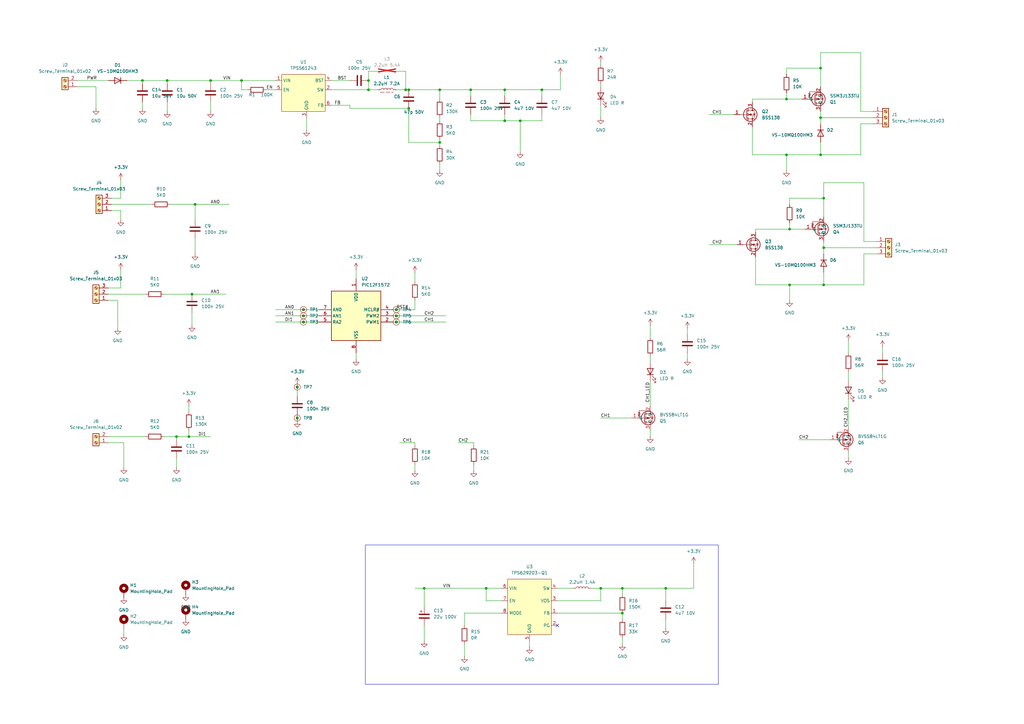
<source format=kicad_sch>
(kicad_sch (version 20231120) (generator "eeschema") (generator_version "8.0")
  (paper "A3")
  (junction (at 124.46 129.54))
  (junction (at 124.46 132.08))
  (junction (at 173.99 241.3))
  (junction (at 322.58 40.64))
  (junction (at 207.01 49.53))
  (junction (at 78.74 120.65))
  (junction (at 80.01 83.82))
  (junction (at 336.55 63.5))
  (junction (at 121.92 158.75))
  (junction (at 99.06 33.02))
  (junction (at 336.55 27.94))
  (junction (at 58.42 33.02))
  (junction (at 72.39 179.07))
  (junction (at 180.34 58.42))
  (junction (at 213.36 49.53))
  (junction (at 273.05 241.3))
  (junction (at 337.82 81.28))
  (junction (at 323.85 116.84))
  (junction (at 337.82 101.6))
  (junction (at 167.64 44.45))
  (junction (at 77.47 179.07))
  (junction (at 151.13 36.83))
  (junction (at 68.58 33.02))
  (junction (at 322.58 63.5))
  (junction (at 199.39 241.3))
  (junction (at 255.27 251.46))
  (junction (at 151.13 33.02))
  (junction (at 180.34 36.83))
  (junction (at 207.01 36.83))
  (junction (at 246.38 241.3))
  (junction (at 124.46 127))
  (junction (at 121.92 171.45))
  (junction (at 222.25 36.83))
  (junction (at 323.85 93.98))
  (junction (at 167.64 36.83))
  (junction (at 162.56 129.54))
  (junction (at 336.55 48.26))
  (junction (at 255.27 241.3))
  (junction (at 86.36 33.02))
  (junction (at 162.56 127))
  (junction (at 337.82 116.84))
  (junction (at 193.04 36.83))
  (junction (at 166.37 36.83))
  (junction (at 162.56 132.08))
  (no_connect (at 228.6 256.54))
  (wire (pts (xy 67.31 120.65) (xy 78.74 120.65)))
  (wire (pts (xy 337.82 74.93) (xy 354.33 74.93)))
  (wire (pts (xy 228.6 241.3) (xy 234.95 241.3)))
  (wire (pts (xy 161.29 127) (xy 162.56 127)))
  (wire (pts (xy 213.36 49.53) (xy 222.25 49.53)))
  (wire (pts (xy 281.94 144.78) (xy 281.94 147.32)))
  (wire (pts (xy 242.57 241.3) (xy 246.38 241.3)))
  (wire (pts (xy 359.41 99.06) (xy 354.33 99.06)))
  (wire (pts (xy 80.01 97.79) (xy 80.01 104.14)))
  (wire (pts (xy 222.25 46.99) (xy 222.25 49.53)))
  (wire (pts (xy 358.14 50.8) (xy 353.06 50.8)))
  (wire (pts (xy 151.13 29.21) (xy 154.94 29.21)))
  (wire (pts (xy 205.74 251.46) (xy 190.5 251.46)))
  (wire (pts (xy 180.34 58.42) (xy 180.34 59.69)))
  (wire (pts (xy 322.58 27.94) (xy 322.58 30.48)))
  (wire (pts (xy 266.7 146.05) (xy 266.7 148.59)))
  (wire (pts (xy 170.18 190.5) (xy 170.18 193.04)))
  (wire (pts (xy 77.47 166.37) (xy 77.47 168.91)))
  (wire (pts (xy 77.47 179.07) (xy 77.47 176.53)))
  (wire (pts (xy 170.18 123.19) (xy 170.18 127)))
  (wire (pts (xy 124.46 129.54) (xy 130.81 129.54)))
  (wire (pts (xy 336.55 48.26) (xy 336.55 50.8)))
  (wire (pts (xy 180.34 48.26) (xy 180.34 49.53)))
  (wire (pts (xy 49.53 110.49) (xy 49.53 118.11)))
  (wire (pts (xy 336.55 63.5) (xy 353.06 63.5)))
  (wire (pts (xy 190.5 251.46) (xy 190.5 256.54)))
  (wire (pts (xy 31.75 35.56) (xy 39.37 35.56)))
  (wire (pts (xy 193.04 49.53) (xy 207.01 49.53)))
  (wire (pts (xy 205.74 246.38) (xy 199.39 246.38)))
  (wire (pts (xy 199.39 241.3) (xy 205.74 241.3)))
  (wire (pts (xy 143.51 44.45) (xy 167.64 44.45)))
  (wire (pts (xy 246.38 43.18) (xy 246.38 48.26)))
  (wire (pts (xy 337.82 81.28) (xy 323.85 81.28)))
  (wire (pts (xy 246.38 25.4) (xy 246.38 26.67)))
  (wire (pts (xy 50.8 257.81) (xy 50.8 260.35)))
  (wire (pts (xy 125.73 48.26) (xy 125.73 53.34)))
  (wire (pts (xy 347.98 152.4) (xy 347.98 156.21)))
  (wire (pts (xy 68.58 33.02) (xy 68.58 34.29)))
  (wire (pts (xy 173.99 241.3) (xy 173.99 248.92)))
  (wire (pts (xy 86.36 33.02) (xy 99.06 33.02)))
  (wire (pts (xy 146.05 144.78) (xy 146.05 147.32)))
  (wire (pts (xy 170.18 241.3) (xy 173.99 241.3)))
  (wire (pts (xy 323.85 93.98) (xy 309.88 93.98)))
  (wire (pts (xy 228.6 246.38) (xy 246.38 246.38)))
  (wire (pts (xy 45.72 83.82) (xy 62.23 83.82)))
  (wire (pts (xy 336.55 45.72) (xy 336.55 48.26)))
  (wire (pts (xy 323.85 116.84) (xy 337.82 116.84)))
  (wire (pts (xy 266.7 156.21) (xy 266.7 166.37)))
  (wire (pts (xy 290.83 100.33) (xy 302.26 100.33)))
  (wire (pts (xy 44.45 181.61) (xy 50.8 181.61)))
  (wire (pts (xy 44.45 120.65) (xy 59.69 120.65)))
  (wire (pts (xy 336.55 27.94) (xy 336.55 35.56)))
  (wire (pts (xy 222.25 36.83) (xy 229.87 36.83)))
  (wire (pts (xy 39.37 35.56) (xy 39.37 44.45)))
  (wire (pts (xy 354.33 99.06) (xy 354.33 74.93)))
  (wire (pts (xy 337.82 99.06) (xy 337.82 101.6)))
  (wire (pts (xy 229.87 30.48) (xy 229.87 36.83)))
  (wire (pts (xy 213.36 49.53) (xy 213.36 62.23)))
  (wire (pts (xy 52.07 33.02) (xy 58.42 33.02)))
  (wire (pts (xy 124.46 132.08) (xy 130.81 132.08)))
  (wire (pts (xy 170.18 181.61) (xy 170.18 182.88)))
  (wire (pts (xy 45.72 86.36) (xy 49.53 86.36)))
  (wire (pts (xy 77.47 179.07) (xy 86.36 179.07)))
  (wire (pts (xy 161.29 132.08) (xy 162.56 132.08)))
  (wire (pts (xy 361.95 142.24) (xy 361.95 144.78)))
  (wire (pts (xy 44.45 118.11) (xy 49.53 118.11)))
  (wire (pts (xy 162.56 36.83) (xy 166.37 36.83)))
  (wire (pts (xy 207.01 39.37) (xy 207.01 36.83)))
  (wire (pts (xy 173.99 241.3) (xy 199.39 241.3)))
  (wire (pts (xy 166.37 29.21) (xy 166.37 36.83)))
  (wire (pts (xy 207.01 49.53) (xy 213.36 49.53)))
  (wire (pts (xy 228.6 251.46) (xy 255.27 251.46)))
  (wire (pts (xy 72.39 187.96) (xy 72.39 191.77)))
  (wire (pts (xy 273.05 254) (xy 273.05 257.81)))
  (wire (pts (xy 135.89 33.02) (xy 143.51 33.02)))
  (wire (pts (xy 322.58 40.64) (xy 328.93 40.64)))
  (wire (pts (xy 309.88 116.84) (xy 323.85 116.84)))
  (wire (pts (xy 336.55 48.26) (xy 358.14 48.26)))
  (wire (pts (xy 359.41 104.14) (xy 354.33 104.14)))
  (wire (pts (xy 309.88 105.41) (xy 309.88 116.84)))
  (wire (pts (xy 193.04 36.83) (xy 207.01 36.83)))
  (wire (pts (xy 255.27 251.46) (xy 255.27 254)))
  (wire (pts (xy 187.96 181.61) (xy 194.31 181.61)))
  (wire (pts (xy 193.04 46.99) (xy 193.04 49.53)))
  (wire (pts (xy 358.14 45.72) (xy 353.06 45.72)))
  (wire (pts (xy 323.85 93.98) (xy 330.2 93.98)))
  (wire (pts (xy 135.89 43.18) (xy 143.51 43.18)))
  (wire (pts (xy 161.29 129.54) (xy 162.56 129.54)))
  (wire (pts (xy 194.31 190.5) (xy 194.31 193.04)))
  (wire (pts (xy 266.7 133.35) (xy 266.7 138.43)))
  (wire (pts (xy 309.88 93.98) (xy 309.88 95.25)))
  (wire (pts (xy 162.56 132.08) (xy 182.88 132.08)))
  (wire (pts (xy 322.58 38.1) (xy 322.58 40.64)))
  (wire (pts (xy 167.64 58.42) (xy 180.34 58.42)))
  (wire (pts (xy 180.34 36.83) (xy 180.34 40.64)))
  (wire (pts (xy 151.13 33.02) (xy 151.13 36.83)))
  (wire (pts (xy 48.26 123.19) (xy 48.26 134.62)))
  (wire (pts (xy 246.38 246.38) (xy 246.38 241.3)))
  (wire (pts (xy 327.66 180.34) (xy 340.36 180.34)))
  (wire (pts (xy 246.38 171.45) (xy 259.08 171.45)))
  (wire (pts (xy 347.98 163.83) (xy 347.98 175.26)))
  (wire (pts (xy 354.33 104.14) (xy 354.33 116.84)))
  (wire (pts (xy 58.42 33.02) (xy 58.42 34.29)))
  (wire (pts (xy 86.36 41.91) (xy 86.36 45.72)))
  (wire (pts (xy 166.37 36.83) (xy 167.64 36.83)))
  (wire (pts (xy 290.83 46.99) (xy 300.99 46.99)))
  (wire (pts (xy 151.13 36.83) (xy 154.94 36.83)))
  (wire (pts (xy 347.98 139.7) (xy 347.98 144.78)))
  (wire (pts (xy 44.45 179.07) (xy 59.69 179.07)))
  (wire (pts (xy 337.82 74.93) (xy 337.82 81.28)))
  (wire (pts (xy 281.94 134.62) (xy 281.94 137.16)))
  (wire (pts (xy 113.03 36.83) (xy 109.22 36.83)))
  (wire (pts (xy 308.61 40.64) (xy 308.61 41.91)))
  (wire (pts (xy 222.25 36.83) (xy 222.25 39.37)))
  (wire (pts (xy 163.83 181.61) (xy 170.18 181.61)))
  (wire (pts (xy 194.31 181.61) (xy 194.31 182.88)))
  (wire (pts (xy 99.06 33.02) (xy 99.06 36.83)))
  (wire (pts (xy 167.64 44.45) (xy 167.64 58.42)))
  (wire (pts (xy 255.27 241.3) (xy 273.05 241.3)))
  (wire (pts (xy 101.6 36.83) (xy 99.06 36.83)))
  (wire (pts (xy 69.85 83.82) (xy 80.01 83.82)))
  (wire (pts (xy 337.82 101.6) (xy 337.82 104.14)))
  (wire (pts (xy 121.92 171.45) (xy 121.92 172.72)))
  (wire (pts (xy 167.64 36.83) (xy 180.34 36.83)))
  (wire (pts (xy 121.92 157.48) (xy 121.92 158.75)))
  (wire (pts (xy 121.92 158.75) (xy 121.92 162.56)))
  (wire (pts (xy 124.46 127) (xy 130.81 127)))
  (wire (pts (xy 180.34 67.31) (xy 180.34 69.85)))
  (wire (pts (xy 121.92 170.18) (xy 121.92 171.45)))
  (wire (pts (xy 337.82 111.76) (xy 337.82 116.84)))
  (wire (pts (xy 353.06 45.72) (xy 353.06 21.59)))
  (wire (pts (xy 207.01 36.83) (xy 222.25 36.83)))
  (wire (pts (xy 246.38 241.3) (xy 255.27 241.3)))
  (wire (pts (xy 80.01 83.82) (xy 93.98 83.82)))
  (wire (pts (xy 255.27 241.3) (xy 255.27 243.84)))
  (wire (pts (xy 337.82 116.84) (xy 354.33 116.84)))
  (wire (pts (xy 323.85 116.84) (xy 323.85 123.19)))
  (wire (pts (xy 44.45 123.19) (xy 48.26 123.19)))
  (wire (pts (xy 67.31 179.07) (xy 72.39 179.07)))
  (wire (pts (xy 49.53 86.36) (xy 49.53 90.17)))
  (wire (pts (xy 113.03 127) (xy 124.46 127)))
  (wire (pts (xy 180.34 57.15) (xy 180.34 58.42)))
  (wire (pts (xy 336.55 27.94) (xy 322.58 27.94)))
  (wire (pts (xy 322.58 40.64) (xy 308.61 40.64)))
  (wire (pts (xy 217.17 262.89) (xy 217.17 265.43)))
  (wire (pts (xy 162.56 29.21) (xy 166.37 29.21)))
  (wire (pts (xy 337.82 101.6) (xy 359.41 101.6)))
  (wire (pts (xy 273.05 241.3) (xy 273.05 246.38)))
  (wire (pts (xy 173.99 256.54) (xy 173.99 262.89)))
  (wire (pts (xy 207.01 46.99) (xy 207.01 49.53)))
  (wire (pts (xy 135.89 36.83) (xy 151.13 36.83)))
  (wire (pts (xy 50.8 181.61) (xy 50.8 191.77)))
  (wire (pts (xy 170.18 115.57) (xy 170.18 111.76)))
  (wire (pts (xy 255.27 261.62) (xy 255.27 264.16)))
  (wire (pts (xy 151.13 33.02) (xy 151.13 29.21)))
  (wire (pts (xy 308.61 63.5) (xy 322.58 63.5)))
  (wire (pts (xy 146.05 110.49) (xy 146.05 114.3)))
  (wire (pts (xy 31.75 33.02) (xy 44.45 33.02)))
  (wire (pts (xy 78.74 128.27) (xy 78.74 133.35)))
  (wire (pts (xy 337.82 81.28) (xy 337.82 88.9)))
  (wire (pts (xy 347.98 185.42) (xy 347.98 187.96)))
  (wire (pts (xy 322.58 63.5) (xy 322.58 69.85)))
  (wire (pts (xy 162.56 129.54) (xy 182.88 129.54)))
  (wire (pts (xy 68.58 41.91) (xy 68.58 45.72)))
  (wire (pts (xy 322.58 63.5) (xy 336.55 63.5)))
  (wire (pts (xy 86.36 33.02) (xy 86.36 34.29)))
  (wire (pts (xy 180.34 36.83) (xy 193.04 36.83)))
  (wire (pts (xy 308.61 52.07) (xy 308.61 63.5)))
  (wire (pts (xy 58.42 41.91) (xy 58.42 44.45)))
  (wire (pts (xy 80.01 83.82) (xy 80.01 90.17)))
  (wire (pts (xy 266.7 176.53) (xy 266.7 179.07)))
  (wire (pts (xy 72.39 179.07) (xy 72.39 180.34)))
  (wire (pts (xy 273.05 241.3) (xy 284.48 241.3)))
  (wire (pts (xy 190.5 264.16) (xy 190.5 269.24)))
  (wire (pts (xy 72.39 179.07) (xy 77.47 179.07)))
  (wire (pts (xy 361.95 152.4) (xy 361.95 154.94)))
  (wire (pts (xy 99.06 33.02) (xy 113.03 33.02)))
  (wire (pts (xy 68.58 33.02) (xy 86.36 33.02)))
  (wire (pts (xy 336.55 21.59) (xy 336.55 27.94)))
  (wire (pts (xy 336.55 21.59) (xy 353.06 21.59)))
  (wire (pts (xy 58.42 33.02) (xy 68.58 33.02)))
  (wire (pts (xy 353.06 50.8) (xy 353.06 63.5)))
  (wire (pts (xy 78.74 120.65) (xy 92.71 120.65)))
  (wire (pts (xy 246.38 34.29) (xy 246.38 35.56)))
  (wire (pts (xy 284.48 231.14) (xy 284.48 241.3)))
  (wire (pts (xy 45.72 81.28) (xy 49.53 81.28)))
  (wire (pts (xy 143.51 43.18) (xy 143.51 44.45)))
  (wire (pts (xy 49.53 73.66) (xy 49.53 81.28)))
  (wire (pts (xy 113.03 129.54) (xy 124.46 129.54)))
  (wire (pts (xy 199.39 241.3) (xy 199.39 246.38)))
  (wire (pts (xy 193.04 36.83) (xy 193.04 39.37)))
  (wire (pts (xy 113.03 132.08) (xy 124.46 132.08)))
  (wire (pts (xy 323.85 81.28) (xy 323.85 83.82)))
  (wire (pts (xy 162.56 127) (xy 170.18 127)))
  (wire (pts (xy 336.55 58.42) (xy 336.55 63.5)))
  (wire (pts (xy 323.85 91.44) (xy 323.85 93.98)))
  (rectangle (start 149.86 223.52) (end 294.64 280.67))
  (label "CH2_LED" (at 347.98 175.26 90))
  (label "AN0" (at 86.36 83.82 0))
  (label "PWR" (at 35.56 33.02 0))
  (label "CH2" (at 292.1 100.33 0))
  (label "AN1" (at 116.84 129.54 0))
  (label "CH1" (at 173.99 132.08 0))
  (label "FB" (at 137.16 43.18 0))
  (label "CH2" (at 187.96 181.61 0))
  (label "EN" (at 109.22 36.83 0))
  (label "CH2" (at 173.99 129.54 0))
  (label "CH1" (at 292.1 46.99 0))
  (label "BST" (at 138.43 33.02 0))
  (label "DI1" (at 81.28 179.07 0))
  (label "CH2" (at 327.66 180.34 0))
  (label "VIN" (at 181.61 241.3 0))
  (label "CH1_LED" (at 266.7 165.1 90))
  (label "AN0" (at 116.84 127 0))
  (label "DI1" (at 116.84 132.08 0))
  (label "VIN" (at 91.44 33.02 0))
  (label "CH1" (at 246.38 171.45 0))
  (label "CH1" (at 165.1 181.61 0))
  (label "AN1" (at 86.36 120.65 0))
  (label "RST#" (at 162.56 127 0))
  (symbol (lib_id "bt_diodes:VS-10MQ100HM3") (at 337.82 107.95 270) (unit 1)
    (property "Reference" "D6" (at 340.36 106.6799 90) (effects (justify left)))
    (property "Value" "VS-10MQ100HM3" (at 317.754 108.712 90) (effects (justify left)))
    (property "Footprint" "Diode_SMD:D_SMA" (effects (hide yes)))
    (property "Datasheet" "https://www.vishay.com/docs/94836/vs-10mq100hm3.pdf" (effects (hide yes)))
    (property "Description" "100V 1A standard switching diode, SMA" (effects (hide yes)))
    (property "Sim.Device" "D" (effects (hide yes)))
    (property "Sim.Pins" "1=K 2=A" (effects (hide yes)))
    (property "MPN" "VS-10MQ100HM3/5AT" (effects (hide yes)))
    (property "CPN" "BT00027-00001" (effects (hide yes)))
    (property "SMD" "y" (effects (hide yes)))
  )
  (symbol (lib_id "power:GND") (at 78.74 133.35 0) (unit 1)
    (property "Reference" "#PWR024" (effects (hide yes)))
    (property "Value" "GND" (at 78.74 138.43 0))
    (property "Description" "Power symbol creates a global label with name \"GND\" , ground" (effects (hide yes)))
  )
  (symbol (lib_id "bt_capacitor:C;E;22u;10p;100V;S;8x10.5") (at 173.99 252.73 0) (unit 1) (in_bom no) (on_board no)
    (property "Reference" "C13" (at 177.8 250.4411 0) (effects (justify left)))
    (property "Value" "22u 100V" (at 177.8 252.9811 0) (effects (justify left)))
    (property "Footprint" "Capacitor_SMD:CP_Elec_8x10.5" (effects (hide yes)))
    (property "Description" "Capacitor" (effects (hide yes)))
    (property "MPN" "WE 865060853003" (effects (hide yes)))
    (property "CPN" "BT00019-060220" (effects (hide yes)))
  )
  (symbol (lib_id "power:GND") (at 146.05 147.32 0) (unit 1)
    (property "Reference" "#PWR017" (effects (hide yes)))
    (property "Value" "GND" (at 146.05 152.4 0))
    (property "Description" "Power symbol creates a global label with name \"GND\" , ground" (effects (hide yes)))
  )
  (symbol (lib_id "bt_resistors:R;G;150K;10P0;S;0603") (at 255.27 247.65 0) (unit 1) (in_bom no) (on_board no)
    (property "Reference" "R16" (at 257.81 246.3799 0) (effects (justify left)))
    (property "Value" "150K" (at 257.81 248.9199 0) (effects (justify left)))
    (property "Footprint" "Resistor_SMD:R_0603_1608Metric" (effects (hide yes)))
    (property "Description" "Resistor" (effects (hide yes)))
    (property "MPN" "R;G;T1;S;P0603;NA" (effects (hide yes)))
    (property "CPN" "BT00002-31500" (effects (hide yes)))
  )
  (symbol (lib_id "bt_capacitor:C;M;4u7;10p;10V;S;0603") (at 273.05 250.19 0) (unit 1) (in_bom no) (on_board no)
    (property "Reference" "C12" (at 276.86 248.9199 0) (effects (justify left)))
    (property "Value" "4u7 10V" (at 276.86 251.4599 0) (effects (justify left)))
    (property "Footprint" "Capacitor_SMD:C_0603_1608Metric" (effects (hide yes)))
    (property "Description" "Capacitor" (effects (hide yes)))
    (property "MPN" "C;C;T1;S;P0603;NA" (effects (hide yes)))
    (property "CPN" "BT00010-060047" (effects (hide yes)))
  )
  (symbol (lib_id "power:GND") (at 170.18 193.04 0) (unit 1)
    (property "Reference" "#PWR039" (effects (hide yes)))
    (property "Value" "GND" (at 170.18 198.12 0))
    (property "Description" "Power symbol creates a global label with name \"GND\" , ground" (effects (hide yes)))
  )
  (symbol (lib_id "bt_capacitor:C;M;100n;10p;25V;S;0603") (at 281.94 140.97 180) (unit 1)
    (property "Reference" "C15" (at 285.75 139.6999 0) (effects (justify right)))
    (property "Value" "100n 25V" (at 285.75 142.2399 0) (effects (justify right)))
    (property "Footprint" "Capacitor_SMD:C_0603_1608Metric" (effects (hide yes)))
    (property "Description" "Capacitor" (effects (hide yes)))
    (property "MPN" "C;M;100n;10p;25V;S;0603" (effects (hide yes)))
    (property "CPN" "BT00008-091000" (effects (hide yes)))
  )
  (symbol (lib_id "power:GND") (at 273.05 257.81 0) (unit 1) (in_bom no) (on_board no)
    (property "Reference" "#PWR036" (effects (hide yes)))
    (property "Value" "GND" (at 273.05 262.89 0))
    (property "Description" "Power symbol creates a global label with name \"GND\" , ground" (effects (hide yes)))
  )
  (symbol (lib_id "bt_capacitor:C;M;100n;10p;25V;S;0603") (at 72.39 184.15 180) (unit 1)
    (property "Reference" "C11" (at 76.2 182.8799 0) (effects (justify right)))
    (property "Value" "100n 25V" (at 76.2 185.4199 0) (effects (justify right)))
    (property "Footprint" "Capacitor_SMD:C_0603_1608Metric" (effects (hide yes)))
    (property "Description" "Capacitor" (effects (hide yes)))
    (property "MPN" "C;M;100n;10p;25V;S;0603" (effects (hide yes)))
    (property "CPN" "BT00008-091000" (effects (hide yes)))
  )
  (symbol (lib_id "bt_power:TPS561243DRLR") (at 115.57 30.48 0) (unit 1)
    (property "Reference" "U1" (at 124.46 25.4 0))
    (property "Value" "TPS561243" (at 124.46 27.94 0))
    (property "Footprint" "Package_TO_SOT_SMD:SOT-563" (effects (hide yes)))
    (property "Datasheet" "https://www.ti.com/lit/ds/symlink/tps561243.pdf?ts=1749453209203" (effects (hide yes)))
    (property "Description" "4.2V to 17V Input, 1A, Synchronous Buck Converter" (effects (hide yes)))
    (property "CPN" "BT03010-00001" (effects (hide yes)))
    (property "MPN" "TPS561243DRLR" (effects (hide yes)))
    (property "SMD" "y" (effects (hide yes)))
  )
  (symbol (lib_id "bt_misc:TestPoint_THD") (at 124.46 129.54 0) (unit 1)
    (property "Reference" "TP2" (at 127 129.5399 0) (effects (justify left)))
    (property "Value" "TestPoint" (effects (hide yes)))
    (property "Footprint" "TestPoint:TestPoint_THTPad_D1.0mm_Drill0.5mm" (effects (hide yes)))
    (property "Description" "test point" (effects (hide yes)))
  )
  (symbol (lib_id "bt_resistors:R;G;10K;10P0;S;0603") (at 323.85 87.63 0) (unit 1)
    (property "Reference" "R9" (at 326.39 86.3599 0) (effects (justify left)))
    (property "Value" "10K" (at 326.39 88.8999 0) (effects (justify left)))
    (property "Footprint" "Resistor_SMD:R_0603_1608Metric" (effects (hide yes)))
    (property "Description" "Resistor" (effects (hide yes)))
    (property "MPN" "R;G;10K;10P0;S;0603" (effects (hide yes)))
    (property "CPN" "BT00002-30100" (effects (hide yes)))
  )
  (symbol (lib_id "bt_opto:D;LED;R;2V;25mA") (at 246.38 39.37 90) (unit 1)
    (property "Reference" "D4" (at 250.19 39.6874 90) (effects (justify right)))
    (property "Value" "LED R" (at 250.19 42.2274 90) (effects (justify right)))
    (property "Footprint" "LED_SMD:LED_0603_1608Metric" (effects (hide yes)))
    (property "Description" "Light emitting diode" (effects (hide yes)))
    (property "CPN" "BT13001-00001" (effects (hide yes)))
    (property "MPN" "D;LED;R;3V;25mA" (effects (hide yes)))
    (property "SMT" "y" (effects (hide yes)))
  )
  (symbol (lib_id "power:GND") (at 255.27 264.16 0) (unit 1) (in_bom no) (on_board no)
    (property "Reference" "#PWR035" (effects (hide yes)))
    (property "Value" "GND" (at 255.27 269.24 0))
    (property "Description" "Power symbol creates a global label with name \"GND\" , ground" (effects (hide yes)))
  )
  (symbol (lib_id "power:GND") (at 50.8 245.11 0) (unit 1)
    (property "Reference" "#PWR028" (effects (hide yes)))
    (property "Value" "GND" (at 50.8 250.19 0))
    (property "Description" "Power symbol creates a global label with name \"GND\" , ground" (effects (hide yes)))
  )
  (symbol (lib_id "bt_resistors:R;G;33K;10P0;S;0603") (at 255.27 257.81 0) (unit 1) (in_bom no) (on_board no)
    (property "Reference" "R17" (at 257.81 256.5399 0) (effects (justify left)))
    (property "Value" "33K" (at 257.81 259.0799 0) (effects (justify left)))
    (property "Footprint" "Resistor_SMD:R_0603_1608Metric" (effects (hide yes)))
    (property "Description" "Resistor" (effects (hide yes)))
    (property "MPN" "R;G;T1;S;P0603;NA" (effects (hide yes)))
    (property "CPN" "BT00002-30330" (effects (hide yes)))
  )
  (symbol (lib_id "Mechanical:MountingHole_Pad") (at 50.8 255.27 0) (unit 1) (exclude_from_sim yes) (in_bom no)
    (property "Reference" "H2" (at 53.34 252.7299 0) (effects (justify left)))
    (property "Value" "MountingHole_Pad" (at 53.34 255.2699 0) (effects (justify left)))
    (property "Footprint" "MountingHole:MountingHole_2.2mm_M2_DIN965_Pad_TopBottom" (effects (hide yes)))
    (property "Description" "Mounting Hole with connection" (effects (hide yes)))
  )
  (symbol (lib_id "power:GND") (at 50.8 191.77 0) (unit 1)
    (property "Reference" "#PWR020" (effects (hide yes)))
    (property "Value" "GND" (at 50.8 196.85 0))
    (property "Description" "Power symbol creates a global label with name \"GND\" , ground" (effects (hide yes)))
  )
  (symbol (lib_id "bt_diodes:VS-10MQ100HM3") (at 48.26 33.02 180) (unit 1)
    (property "Reference" "D1" (at 48.26 26.67 0))
    (property "Value" "VS-10MQ100HM3" (at 48.26 29.21 0))
    (property "Footprint" "Diode_SMD:D_SMA" (effects (hide yes)))
    (property "Datasheet" "https://www.vishay.com/docs/94836/vs-10mq100hm3.pdf" (effects (hide yes)))
    (property "Description" "100V 1A standard switching diode, SMA" (effects (hide yes)))
    (property "Sim.Device" "D" (effects (hide yes)))
    (property "Sim.Pins" "1=K 2=A" (effects (hide yes)))
    (property "MPN" "VS-10MQ100HM3/5AT" (effects (hide yes)))
    (property "CPN" "BT00027-00001" (effects (hide yes)))
    (property "SMD" "y" (effects (hide yes)))
  )
  (symbol (lib_id "bt_capacitor:C;M;100n;10p;25V;S;0603") (at 147.32 33.02 90) (unit 1)
    (property "Reference" "C5" (at 147.32 25.4 90))
    (property "Value" "100n 25V" (at 147.32 27.94 90))
    (property "Footprint" "Capacitor_SMD:C_0603_1608Metric" (effects (hide yes)))
    (property "Description" "Capacitor" (effects (hide yes)))
    (property "MPN" "C;M;100n;10p;25V;S;0603" (effects (hide yes)))
    (property "CPN" "BT00008-091000" (effects (hide yes)))
  )
  (symbol (lib_id "power:GND") (at 361.95 154.94 0) (unit 1)
    (property "Reference" "#PWR046" (effects (hide yes)))
    (property "Value" "GND" (at 361.95 160.02 0))
    (property "Description" "Power symbol creates a global label with name \"GND\" , ground" (effects (hide yes)))
  )
  (symbol (lib_id "bt_transistor:T;Mn;BSS138;SOT23") (at 307.34 100.33 0) (unit 1)
    (property "Reference" "Q3" (at 313.69 99.0599 0) (effects (justify left)))
    (property "Value" "BSS138" (at 313.69 101.5999 0) (effects (justify left)))
    (property "Footprint" "Package_TO_SOT_SMD:SOT-23" (effects (hide yes)))
    (property "Datasheet" "https://www.onsemi.com/pub/Collateral/BSS138-D.PDF" (effects (hide yes)))
    (property "Description" "50V Vds, 0.22A Id, N-Channel MOSFET, SOT-23" (effects (hide yes)))
    (property "CPN" "BT060001-0001" (effects (hide yes)))
    (property "MPN" "BSS138" (effects (hide yes)))
    (property "SMD" "y" (effects (hide yes)))
  )
  (symbol (lib_id "power:GND") (at 76.2 254 0) (unit 1)
    (property "Reference" "#PWR030" (effects (hide yes)))
    (property "Value" "GND" (at 76.2 259.08 0))
    (property "Description" "Power symbol creates a global label with name \"GND\" , ground" (effects (hide yes)))
  )
  (symbol (lib_id "power:GND") (at 49.53 90.17 0) (unit 1)
    (property "Reference" "#PWR026" (effects (hide yes)))
    (property "Value" "GND" (at 49.53 95.25 0))
    (property "Description" "Power symbol creates a global label with name \"GND\" , ground" (effects (hide yes)))
  )
  (symbol (lib_id "power:GND") (at 48.26 134.62 0) (unit 1)
    (property "Reference" "#PWR025" (effects (hide yes)))
    (property "Value" "GND" (at 48.26 139.7 0))
    (property "Description" "Power symbol creates a global label with name \"GND\" , ground" (effects (hide yes)))
  )
  (symbol (lib_id "power:GND") (at 217.17 265.43 0) (unit 1) (in_bom no) (on_board no)
    (property "Reference" "#PWR034" (effects (hide yes)))
    (property "Value" "GND" (at 217.17 270.51 0))
    (property "Description" "Power symbol creates a global label with name \"GND\" , ground" (effects (hide yes)))
  )
  (symbol (lib_id "power:GND") (at 50.8 260.35 0) (unit 1)
    (property "Reference" "#PWR029" (effects (hide yes)))
    (property "Value" "GND" (at 50.8 265.43 0))
    (property "Description" "Power symbol creates a global label with name \"GND\" , ground" (effects (hide yes)))
  )
  (symbol (lib_id "power:GND") (at 180.34 69.85 0) (unit 1)
    (property "Reference" "#PWR03" (effects (hide yes)))
    (property "Value" "GND" (at 180.34 74.93 0))
    (property "Description" "Power symbol creates a global label with name \"GND\" , ground" (effects (hide yes)))
  )
  (symbol (lib_id "bt_capacitor:C;M;100n;10p;25V;S;0603") (at 86.36 38.1 180) (unit 1)
    (property "Reference" "C2" (at 90.17 36.8299 0) (effects (justify right)))
    (property "Value" "100n 25V" (at 90.17 39.3699 0) (effects (justify right)))
    (property "Footprint" "Capacitor_SMD:C_0603_1608Metric" (effects (hide yes)))
    (property "Description" "Capacitor" (effects (hide yes)))
    (property "MPN" "C;M;100n;10p;25V;S;0603" (effects (hide yes)))
    (property "CPN" "BT00008-091000" (effects (hide yes)))
  )
  (symbol (lib_id "bt_capacitor:C;M;100n;10p;25V;S;0603") (at 80.01 93.98 180) (unit 1)
    (property "Reference" "C9" (at 83.82 92.7099 0) (effects (justify right)))
    (property "Value" "100n 25V" (at 83.82 95.2499 0) (effects (justify right)))
    (property "Footprint" "Capacitor_SMD:C_0603_1608Metric" (effects (hide yes)))
    (property "Description" "Capacitor" (effects (hide yes)))
    (property "MPN" "C;M;100n;10p;25V;S;0603" (effects (hide yes)))
    (property "CPN" "BT00008-091000" (effects (hide yes)))
  )
  (symbol (lib_id "power:+3.3V") (at 49.53 110.49 0) (unit 1)
    (property "Reference" "#PWR021" (effects (hide yes)))
    (property "Value" "+3.3V" (at 49.53 105.41 0))
    (property "Description" "Power symbol creates a global label with name \"+3.3V\"" (effects (hide yes)))
  )
  (symbol (lib_id "Connector:Screw_Terminal_01x03") (at 40.64 83.82 180) (unit 1)
    (property "Reference" "J4" (at 40.64 74.93 0))
    (property "Value" "Screw_Terminal_01x03" (at 40.64 77.47 0))
    (property "Footprint" "Connector_PinHeader_2.54mm:PinHeader_1x03_P2.54mm_Vertical" (effects (hide yes)))
    (property "Description" "Generic screw terminal, single row, 01x03, script generated (kicad-library-utils/schlib/autogen/connector/)" (effects (hide yes)))
  )
  (symbol (lib_id "Connector:Screw_Terminal_01x02") (at 39.37 181.61 180) (unit 1)
    (property "Reference" "J6" (at 39.37 172.72 0))
    (property "Value" "Screw_Terminal_01x02" (at 39.37 175.26 0))
    (property "Footprint" "Connector_PinHeader_2.54mm:PinHeader_1x02_P2.54mm_Vertical" (effects (hide yes)))
    (property "Description" "Generic screw terminal, single row, 01x02, script generated (kicad-library-utils/schlib/autogen/connector/)" (effects (hide yes)))
  )
  (symbol (lib_id "Mechanical:MountingHole_Pad") (at 76.2 241.3 0) (unit 1) (exclude_from_sim yes) (in_bom no)
    (property "Reference" "H3" (at 78.74 238.7599 0) (effects (justify left)))
    (property "Value" "MountingHole_Pad" (at 78.74 241.2999 0) (effects (justify left)))
    (property "Footprint" "MountingHole:MountingHole_2.2mm_M2_DIN965_Pad_TopBottom" (effects (hide yes)))
    (property "Description" "Mounting Hole with connection" (effects (hide yes)))
  )
  (symbol (lib_id "bt_resistors:R;G;24R;10P0;S;0603") (at 246.38 30.48 0) (unit 1)
    (property "Reference" "R7" (at 248.92 29.2099 0) (effects (justify left)))
    (property "Value" "24R" (at 248.92 31.7499 0) (effects (justify left)))
    (property "Footprint" "Resistor_SMD:R_0603_1608Metric" (effects (hide yes)))
    (property "Description" "Resistor" (effects (hide yes)))
    (property "MPN" "R;G;T1;S;P0603;NA" (effects (hide yes)))
    (property "CPN" "BT00002-00240" (effects (hide yes)))
  )
  (symbol (lib_id "bt_resistors:R;G;10K;10P0;S;0603") (at 170.18 186.69 0) (unit 1)
    (property "Reference" "R18" (at 172.72 185.4199 0) (effects (justify left)))
    (property "Value" "10K" (at 172.72 187.9599 0) (effects (justify left)))
    (property "Footprint" "Resistor_SMD:R_0603_1608Metric" (effects (hide yes)))
    (property "Description" "Resistor" (effects (hide yes)))
    (property "MPN" "R;G;10K;10P0;S;0603" (effects (hide yes)))
    (property "CPN" "BT00002-30100" (effects (hide yes)))
  )
  (symbol (lib_id "power:+3.3V") (at 146.05 110.49 0) (unit 1)
    (property "Reference" "#PWR014" (effects (hide yes)))
    (property "Value" "+3.3V" (at 146.05 105.41 0))
    (property "Description" "Power symbol creates a global label with name \"+3.3V\"" (effects (hide yes)))
  )
  (symbol (lib_id "power:+3.3V") (at 121.92 157.48 0) (unit 1)
    (property "Reference" "#PWR015" (effects (hide yes)))
    (property "Value" "+3.3V" (at 121.92 152.4 0))
    (property "Description" "Power symbol creates a global label with name \"+3.3V\"" (effects (hide yes)))
  )
  (symbol (lib_id "bt_mcu:PIC12F1572") (at 135.89 119.38 0) (unit 1)
    (property "Reference" "U2" (at 148.2441 114.3 0) (effects (justify left)))
    (property "Value" "PIC12F1572" (at 148.2441 116.84 0) (effects (justify left)))
    (property "Footprint" "Package_SO:SOIC-8_3.9x4.9mm_P1.27mm" (effects (hide yes)))
    (property "Datasheet" "https://ww1.microchip.com/downloads/en/DeviceDoc/40001723D.pdf" (effects (hide yes)))
    (property "Description" "8 Bit Pic12 MCU" (effects (hide yes)))
    (property "CPN" "BT01007-00001" (effects (hide yes)))
    (property "MPN" "  PIC12F1572-I/SN" (effects (hide yes)))
    (property "SMD" "y" (effects (hide yes)))
    (pin "2" (alternate "PWM1"))
    (pin "7" (alternate "AN0"))
    (pin "6" (alternate "AN1"))
    (pin "3" (alternate "PWM2"))
    (pin "4" (alternate "MCLR#"))
  )
  (symbol (lib_id "bt_resistors:R;G;5K0;10P0;S;0603") (at 180.34 53.34 0) (unit 1)
    (property "Reference" "R3" (at 182.88 52.0699 0) (effects (justify left)))
    (property "Value" "5K0" (at 182.88 54.6099 0) (effects (justify left)))
    (property "Footprint" "Resistor_SMD:R_0603_1608Metric" (effects (hide yes)))
    (property "Description" "Resistor" (effects (hide yes)))
    (property "MPN" "R;G;T1;S;P0603;NA" (effects (hide yes)))
    (property "CPN" "BT00002-30050" (effects (hide yes)))
  )
  (symbol (lib_id "bt_resistors:R;G;130K;10P0;S;0603") (at 77.47 172.72 0) (unit 1)
    (property "Reference" "R13" (at 80.01 171.4499 0) (effects (justify left)))
    (property "Value" "130K" (at 80.01 173.9899 0) (effects (justify left)))
    (property "Footprint" "Resistor_SMD:R_0603_1608Metric" (effects (hide yes)))
    (property "Description" "Resistor" (effects (hide yes)))
    (property "MPN" "R;G;T1;S;P0603;NA" (effects (hide yes)))
    (property "CPN" "BT00002-31300" (effects (hide yes)))
  )
  (symbol (lib_id "bt_transistor:T;Mp;BVSS84LT1G;SOT23-3") (at 347.98 180.34 0) (mirror x) (unit 1)
    (property "Reference" "Q6" (at 351.79 181.5466 0) (effects (justify left)))
    (property "Value" "BVSS84LT1G" (at 351.79 179.0066 0) (effects (justify left)))
    (property "Footprint" "Package_TO_SOT_SMD:SOT-23" (effects (hide yes)))
    (property "Datasheet" "https://www.onsemi.com/pdf/datasheet/bss84lt1-d.pdf" (effects (hide yes)))
    (property "Description" "T;Mp;BVSS84LT1G;SOT23-3" (effects (hide yes)))
    (property "CPN" "BT060005-00001" (effects (hide yes)))
    (property "MPN" "BVSS84LT1G" (effects (hide yes)))
    (property "SMD" "y" (effects (hide yes)))
  )
  (symbol (lib_id "bt_opto:D;LED;R;2V;25mA") (at 347.98 160.02 90) (unit 1)
    (property "Reference" "D5" (at 351.79 160.3374 90) (effects (justify right)))
    (property "Value" "LED R" (at 351.79 162.8774 90) (effects (justify right)))
    (property "Footprint" "LED_SMD:LED_0603_1608Metric" (effects (hide yes)))
    (property "Description" "Light emitting diode" (effects (hide yes)))
    (property "CPN" "BT13001-00001" (effects (hide yes)))
    (property "MPN" "D;LED;R;3V;25mA" (effects (hide yes)))
    (property "SMT" "y" (effects (hide yes)))
  )
  (symbol (lib_id "bt_resistors:R;G;10K;10P0;S;0603") (at 322.58 34.29 0) (unit 1)
    (property "Reference" "R5" (at 325.12 33.0199 0) (effects (justify left)))
    (property "Value" "10K" (at 325.12 35.5599 0) (effects (justify left)))
    (property "Footprint" "Resistor_SMD:R_0603_1608Metric" (effects (hide yes)))
    (property "Description" "Resistor" (effects (hide yes)))
    (property "MPN" "R;G;10K;10P0;S;0603" (effects (hide yes)))
    (property "CPN" "BT00002-30100" (effects (hide yes)))
  )
  (symbol (lib_id "power:GND") (at 213.36 62.23 0) (unit 1)
    (property "Reference" "#PWR02" (effects (hide yes)))
    (property "Value" "GND" (at 213.36 67.31 0))
    (property "Description" "Power symbol creates a global label with name \"GND\" , ground" (effects (hide yes)))
  )
  (symbol (lib_id "power:+3.3V") (at 347.98 139.7 0) (unit 1)
    (property "Reference" "#PWR012" (effects (hide yes)))
    (property "Value" "+3.3V" (at 347.98 134.62 0))
    (property "Description" "Power symbol creates a global label with name \"+3.3V\"" (effects (hide yes)))
  )
  (symbol (lib_id "Connector:Screw_Terminal_01x02") (at 26.67 35.56 180) (unit 1)
    (property "Reference" "J2" (at 26.67 26.67 0))
    (property "Value" "Screw_Terminal_01x02" (at 26.67 29.21 0))
    (property "Footprint" "Connector_PinHeader_2.54mm:PinHeader_1x02_P2.54mm_Vertical" (effects (hide yes)))
    (property "Description" "Generic screw terminal, single row, 01x02, script generated (kicad-library-utils/schlib/autogen/connector/)" (effects (hide yes)))
  )
  (symbol (lib_id "bt_diodes:VS-10MQ100HM3") (at 336.55 54.61 270) (unit 1)
    (property "Reference" "D2" (at 339.09 53.3399 90) (effects (justify left)))
    (property "Value" "VS-10MQ100HM3" (at 316.484 55.372 90) (effects (justify left)))
    (property "Footprint" "Diode_SMD:D_SMA" (effects (hide yes)))
    (property "Datasheet" "https://www.vishay.com/docs/94836/vs-10mq100hm3.pdf" (effects (hide yes)))
    (property "Description" "100V 1A standard switching diode, SMA" (effects (hide yes)))
    (property "Sim.Device" "D" (effects (hide yes)))
    (property "Sim.Pins" "1=K 2=A" (effects (hide yes)))
    (property "MPN" "VS-10MQ100HM3/5AT" (effects (hide yes)))
    (property "CPN" "BT00027-00001" (effects (hide yes)))
    (property "SMD" "y" (effects (hide yes)))
  )
  (symbol (lib_id "bt_transistor:T;Mp;BVSS84LT1G;SOT23-3") (at 266.7 171.45 0) (mirror x) (unit 1)
    (property "Reference" "Q5" (at 270.51 172.6566 0) (effects (justify left)))
    (property "Value" "BVSS84LT1G" (at 270.51 170.1166 0) (effects (justify left)))
    (property "Footprint" "Package_TO_SOT_SMD:SOT-23" (effects (hide yes)))
    (property "Datasheet" "https://www.onsemi.com/pdf/datasheet/bss84lt1-d.pdf" (effects (hide yes)))
    (property "Description" "T;Mp;BVSS84LT1G;SOT23-3" (effects (hide yes)))
    (property "CPN" "BT060005-00001" (effects (hide yes)))
    (property "MPN" "BVSS84LT1G" (effects (hide yes)))
    (property "SMD" "y" (effects (hide yes)))
  )
  (symbol (lib_id "bt_transistor:T;Mp;SSM3J133TU;SOT323F") (at 337.82 93.98 0) (mirror x) (unit 1)
    (property "Reference" "Q4" (at 341.63 95.1866 0) (effects (justify left)))
    (property "Value" "SSM3J133TU" (at 341.63 92.6466 0) (effects (justify left)))
    (property "Footprint" "Package_TO_SOT_SMD:SOT-323_SC-70" (effects (hide yes)))
    (property "Datasheet" "https://toshiba.semicon-storage.com/info/SSM3J332R_datasheet_en_20250523.pdf?did=2620&prodName=SSM3J332R" (effects (hide yes)))
    (property "Description" "T;Mp;SSM3J133TU;SOT323F" (effects (hide yes)))
    (property "CPN" "BT060004-00001" (effects (hide yes)))
    (property "MPN" "SSM3J133TU,LF" (effects (hide yes)))
    (property "SMD" "y" (effects (hide yes)))
  )
  (symbol (lib_id "power:GND") (at 190.5 269.24 0) (unit 1) (in_bom no) (on_board no)
    (property "Reference" "#PWR033" (effects (hide yes)))
    (property "Value" "GND" (at 190.5 274.32 0))
    (property "Description" "Power symbol creates a global label with name \"GND\" , ground" (effects (hide yes)))
  )
  (symbol (lib_id "power:GND") (at 323.85 123.19 0) (unit 1)
    (property "Reference" "#PWR013" (effects (hide yes)))
    (property "Value" "GND" (at 323.85 128.27 0))
    (property "Description" "Power symbol creates a global label with name \"GND\" , ground" (effects (hide yes)))
  )
  (symbol (lib_id "power:+3.3V") (at 284.48 231.14 0) (unit 1) (in_bom no) (on_board no)
    (property "Reference" "#PWR037" (effects (hide yes)))
    (property "Value" "+3.3V" (at 284.48 226.06 0))
    (property "Description" "Power symbol creates a global label with name \"+3.3V\"" (effects (hide yes)))
  )
  (symbol (lib_id "bt_misc:TestPoint_THD") (at 162.56 132.08 0) (unit 1)
    (property "Reference" "TP6" (at 165.1 132.0799 0) (effects (justify left)))
    (property "Value" "TestPoint" (effects (hide yes)))
    (property "Footprint" "TestPoint:TestPoint_THTPad_D1.0mm_Drill0.5mm" (effects (hide yes)))
    (property "Description" "test point" (effects (hide yes)))
  )
  (symbol (lib_id "bt_resistors:R;G;5K0;10P0;S;0603") (at 63.5 120.65 90) (unit 1)
    (property "Reference" "R11" (at 63.5 114.3 90))
    (property "Value" "5K0" (at 63.5 116.84 90))
    (property "Footprint" "Resistor_SMD:R_0603_1608Metric" (effects (hide yes)))
    (property "Description" "Resistor" (effects (hide yes)))
    (property "MPN" "R;G;T1;S;P0603;NA" (effects (hide yes)))
    (property "CPN" "BT00002-30050" (effects (hide yes)))
  )
  (symbol (lib_id "bt_capacitor:C;M;100n;10p;25V;S;0603") (at 361.95 148.59 180) (unit 1)
    (property "Reference" "C16" (at 365.76 147.3199 0) (effects (justify right)))
    (property "Value" "100n 25V" (at 365.76 149.8599 0) (effects (justify right)))
    (property "Footprint" "Capacitor_SMD:C_0603_1608Metric" (effects (hide yes)))
    (property "Description" "Capacitor" (effects (hide yes)))
    (property "MPN" "C;M;100n;10p;25V;S;0603" (effects (hide yes)))
    (property "CPN" "BT00008-091000" (effects (hide yes)))
  )
  (symbol (lib_id "bt_resistors:R;G;5K0;10P0;S;0603") (at 170.18 119.38 0) (unit 1)
    (property "Reference" "R14" (at 172.72 118.1099 0) (effects (justify left)))
    (property "Value" "5K0" (at 172.72 120.6499 0) (effects (justify left)))
    (property "Footprint" "Resistor_SMD:R_0603_1608Metric" (effects (hide yes)))
    (property "Description" "Resistor" (effects (hide yes)))
    (property "MPN" "R;G;T1;S;P0603;NA" (effects (hide yes)))
    (property "CPN" "BT00002-30050" (effects (hide yes)))
  )
  (symbol (lib_id "power:GND") (at 125.73 53.34 0) (unit 1)
    (property "Reference" "#PWR04" (effects (hide yes)))
    (property "Value" "GND" (at 125.73 58.42 0))
    (property "Description" "Power symbol creates a global label with name \"GND\" , ground" (effects (hide yes)))
  )
  (symbol (lib_id "bt_Inductors:L;2.2uH;5.4A;S;1210") (at 158.75 29.21 90) (unit 1) (dnp yes)
    (property "Reference" "L3" (at 158.75 24.13 90))
    (property "Value" "2.2uH 5.4A" (at 158.75 26.67 90))
    (property "Footprint" "Inductor_SMD:L_1210_3225Metric" (effects (hide yes)))
    (property "Datasheet" "https://www.vishay.com/docs/34652/ihlp1210bzez-5a.pdf" (effects (hide yes)))
    (property "Description" "Inductor 2.2uH 5.4A" (effects (hide yes)))
    (property "CPN" "BT00207-02254" (effects (hide yes)))
    (property "MPN" "IHLP1210BZEZ2R2M5A" (effects (hide yes)))
  )
  (symbol (lib_id "Connector:Screw_Terminal_01x03") (at 39.37 120.65 180) (unit 1)
    (property "Reference" "J5" (at 39.37 111.76 0))
    (property "Value" "Screw_Terminal_01x03" (at 39.37 114.3 0))
    (property "Footprint" "Connector_PinHeader_2.54mm:PinHeader_1x03_P2.54mm_Vertical" (effects (hide yes)))
    (property "Description" "Generic screw terminal, single row, 01x03, script generated (kicad-library-utils/schlib/autogen/connector/)" (effects (hide yes)))
  )
  (symbol (lib_id "power:+3.3V") (at 229.87 30.48 0) (unit 1)
    (property "Reference" "#PWR01" (effects (hide yes)))
    (property "Value" "+3.3V" (at 229.87 25.4 0))
    (property "Description" "Power symbol creates a global label with name \"+3.3V\"" (effects (hide yes)))
  )
  (symbol (lib_id "power:+3.3V") (at 77.47 166.37 0) (unit 1)
    (property "Reference" "#PWR018" (effects (hide yes)))
    (property "Value" "+3.3V" (at 77.47 161.29 0))
    (property "Description" "Power symbol creates a global label with name \"+3.3V\"" (effects (hide yes)))
  )
  (symbol (lib_id "power:GND") (at 347.98 187.96 0) (unit 1)
    (property "Reference" "#PWR043" (effects (hide yes)))
    (property "Value" "GND" (at 347.98 193.04 0))
    (property "Description" "Power symbol creates a global label with name \"GND\" , ground" (effects (hide yes)))
  )
  (symbol (lib_id "power:+3.3V") (at 246.38 25.4 0) (unit 1)
    (property "Reference" "#PWR010" (effects (hide yes)))
    (property "Value" "+3.3V" (at 246.38 20.32 0))
    (property "Description" "Power symbol creates a global label with name \"+3.3V\"" (effects (hide yes)))
  )
  (symbol (lib_id "Mechanical:MountingHole_Pad") (at 50.8 242.57 0) (unit 1) (exclude_from_sim yes) (in_bom no)
    (property "Reference" "H1" (at 53.34 240.0299 0) (effects (justify left)))
    (property "Value" "MountingHole_Pad" (at 53.34 242.5699 0) (effects (justify left)))
    (property "Footprint" "MountingHole:MountingHole_2.2mm_M2_DIN965_Pad_TopBottom" (effects (hide yes)))
    (property "Description" "Mounting Hole with connection" (effects (hide yes)))
  )
  (symbol (lib_id "power:GND") (at 58.42 44.45 0) (unit 1)
    (property "Reference" "#PWR038" (effects (hide yes)))
    (property "Value" "GND" (at 58.42 49.53 0))
    (property "Description" "Power symbol creates a global label with name \"GND\" , ground" (effects (hide yes)))
  )
  (symbol (lib_id "bt_capacitor:C;M;100n;10p;25V;S;0603") (at 78.74 124.46 180) (unit 1)
    (property "Reference" "C10" (at 82.55 123.1899 0) (effects (justify right)))
    (property "Value" "100n 25V" (at 82.55 125.7299 0) (effects (justify right)))
    (property "Footprint" "Capacitor_SMD:C_0603_1608Metric" (effects (hide yes)))
    (property "Description" "Capacitor" (effects (hide yes)))
    (property "MPN" "C;M;100n;10p;25V;S;0603" (effects (hide yes)))
    (property "CPN" "BT00008-091000" (effects (hide yes)))
  )
  (symbol (lib_id "bt_capacitor:C;M;4u7;10p;10V;S;0603") (at 222.25 43.18 0) (unit 1)
    (property "Reference" "C7" (at 226.06 41.9099 0) (effects (justify left)))
    (property "Value" "4u7 10V" (at 226.06 44.4499 0) (effects (justify left)))
    (property "Footprint" "Capacitor_SMD:C_0603_1608Metric" (effects (hide yes)))
    (property "Description" "Capacitor" (effects (hide yes)))
    (property "MPN" "C;C;T1;S;P0603;NA" (effects (hide yes)))
    (property "CPN" "BT00010-060047" (effects (hide yes)))
  )
  (symbol (lib_id "power:GND") (at 86.36 45.72 0) (unit 1)
    (property "Reference" "#PWR05" (effects (hide yes)))
    (property "Value" "GND" (at 86.36 50.8 0))
    (property "Description" "Power symbol creates a global label with name \"GND\" , ground" (effects (hide yes)))
  )
  (symbol (lib_id "power:GND") (at 322.58 69.85 0) (unit 1)
    (property "Reference" "#PWR07" (effects (hide yes)))
    (property "Value" "GND" (at 322.58 74.93 0))
    (property "Description" "Power symbol creates a global label with name \"GND\" , ground" (effects (hide yes)))
  )
  (symbol (lib_id "power:+3.3V") (at 281.94 134.62 0) (unit 1)
    (property "Reference" "#PWR040" (effects (hide yes)))
    (property "Value" "+3.3V" (at 281.94 129.54 0))
    (property "Description" "Power symbol creates a global label with name \"+3.3V\"" (effects (hide yes)))
  )
  (symbol (lib_id "bt_capacitor:C;M;10u;10p;50V;S;0805") (at 68.58 38.1 0) (unit 1)
    (property "Reference" "C1" (at 72.39 36.8299 0) (effects (justify left)))
    (property "Value" "10u 50V" (at 72.39 39.3699 0) (effects (justify left)))
    (property "Footprint" "Capacitor_SMD:C_0805_2012Metric" (effects (hide yes)))
    (property "Datasheet" "https://search.murata.co.jp/Ceramy/image/img/A01X/G101/ENG/GRM21BR61H106KE43-01A.pdf" (effects (hide yes)))
    (property "Description" "Capacitor" (effects (hide yes)))
    (property "MPN" "GRM21BR61H106KE43L" (effects (hide yes)))
    (property "CPN" "BT00003-060100" (effects (hide yes)))
  )
  (symbol (lib_id "power:GND") (at 72.39 191.77 0) (unit 1)
    (property "Reference" "#PWR019" (effects (hide yes)))
    (property "Value" "GND" (at 72.39 196.85 0))
    (property "Description" "Power symbol creates a global label with name \"GND\" , ground" (effects (hide yes)))
  )
  (symbol (lib_id "bt_resistors:R;G;100K;10P0;S;0603") (at 105.41 36.83 90) (unit 1)
    (property "Reference" "R1" (at 103.378 38.862 90))
    (property "Value" "100K" (at 109.474 38.862 90))
    (property "Footprint" "Resistor_SMD:R_0603_1608Metric" (effects (hide yes)))
    (property "Description" "Resistor" (effects (hide yes)))
    (property "MPN" "R;G;T1;S;P0603;NA" (effects (hide yes)))
    (property "CPN" "BT00002-31000" (effects (hide yes)))
  )
  (symbol (lib_id "power:+3.3V") (at 266.7 133.35 0) (unit 1)
    (property "Reference" "#PWR09" (effects (hide yes)))
    (property "Value" "+3.3V" (at 266.7 128.27 0))
    (property "Description" "Power symbol creates a global label with name \"+3.3V\"" (effects (hide yes)))
  )
  (symbol (lib_id "power:GND") (at 39.37 44.45 0) (unit 1)
    (property "Reference" "#PWR08" (effects (hide yes)))
    (property "Value" "GND" (at 39.37 49.53 0))
    (property "Description" "Power symbol creates a global label with name \"GND\" , ground" (effects (hide yes)))
  )
  (symbol (lib_id "bt_resistors:R;G;56R;10P0;S;0603") (at 266.7 142.24 0) (unit 1)
    (property "Reference" "R6" (at 269.24 140.9699 0) (effects (justify left)))
    (property "Value" "56R" (at 269.24 143.5099 0) (effects (justify left)))
    (property "Footprint" "Resistor_SMD:R_0603_1608Metric" (effects (hide yes)))
    (property "Description" "Resistor" (effects (hide yes)))
    (property "MPN" "R;G;T1;S;P0603;NA" (effects (hide yes)))
    (property "CPN" "BT00002-00560" (effects (hide yes)))
  )
  (symbol (lib_id "bt_capacitor:C;M;10u;10p;50V;S;0805") (at 58.42 38.1 0) (unit 1)
    (property "Reference" "C14" (at 62.23 36.8299 0) (effects (justify left)))
    (property "Value" "10u 50V" (at 62.23 39.3699 0) (effects (justify left)))
    (property "Footprint" "Capacitor_SMD:C_0805_2012Metric" (effects (hide yes)))
    (property "Datasheet" "https://search.murata.co.jp/Ceramy/image/img/A01X/G101/ENG/GRM21BR61H106KE43-01A.pdf" (effects (hide yes)))
    (property "Description" "Capacitor" (effects (hide yes)))
    (property "MPN" "GRM21BR61H106KE43L" (effects (hide yes)))
    (property "CPN" "BT00003-060100" (effects (hide yes)))
  )
  (symbol (lib_id "bt_resistors:R;G;5K0;10P0;S;0603") (at 63.5 179.07 90) (unit 1)
    (property "Reference" "R12" (at 63.5 172.72 90))
    (property "Value" "5K0" (at 63.5 175.26 90))
    (property "Footprint" "Resistor_SMD:R_0603_1608Metric" (effects (hide yes)))
    (property "Description" "Resistor" (effects (hide yes)))
    (property "MPN" "R;G;T1;S;P0603;NA" (effects (hide yes)))
    (property "CPN" "BT00002-30050" (effects (hide yes)))
  )
  (symbol (lib_id "power:GND") (at 281.94 147.32 0) (unit 1)
    (property "Reference" "#PWR041" (effects (hide yes)))
    (property "Value" "GND" (at 281.94 152.4 0))
    (property "Description" "Power symbol creates a global label with name \"GND\" , ground" (effects (hide yes)))
  )
  (symbol (lib_id "bt_resistors:R;G;130K;10P0;S;0603") (at 180.34 44.45 0) (unit 1)
    (property "Reference" "R2" (at 182.88 43.1799 0) (effects (justify left)))
    (property "Value" "130K" (at 182.88 45.7199 0) (effects (justify left)))
    (property "Footprint" "Resistor_SMD:R_0603_1608Metric" (effects (hide yes)))
    (property "Description" "Resistor" (effects (hide yes)))
    (property "MPN" "R;G;T1;S;P0603;NA" (effects (hide yes)))
    (property "CPN" "BT00002-31300" (effects (hide yes)))
  )
  (symbol (lib_id "bt_resistors:R;G;10K;10P0;S;0603") (at 194.31 186.69 0) (unit 1)
    (property "Reference" "R21" (at 196.85 185.4199 0) (effects (justify left)))
    (property "Value" "10K" (at 196.85 187.9599 0) (effects (justify left)))
    (property "Footprint" "Resistor_SMD:R_0603_1608Metric" (effects (hide yes)))
    (property "Description" "Resistor" (effects (hide yes)))
    (property "MPN" "R;G;10K;10P0;S;0603" (effects (hide yes)))
    (property "CPN" "BT00002-30100" (effects (hide yes)))
  )
  (symbol (lib_id "bt_Inductors:L;2.2uH;1.4A;S;0806") (at 238.76 241.3 90) (unit 1) (in_bom no) (on_board no)
    (property "Reference" "L2" (at 238.76 236.22 90))
    (property "Value" "2.2uH 1.4A" (at 238.76 238.76 90))
    (property "Footprint" "bt_footprints:L_0806_2016Metric" (effects (hide yes)))
    (property "Datasheet" "https://search.murata.co.jp/Ceramy/image/img/P02/J(E)TE243A-0006.pdf" (effects (hide yes)))
    (property "Description" "Inductor 2.2uH 1.4A" (effects (hide yes)))
    (property "CPN" "BT00206-00001" (effects (hide yes)))
    (property "MPN" "DFE201612E-2R2M=P2" (effects (hide yes)))
  )
  (symbol (lib_id "bt_capacitor:C;M;4u7;10p;10V;S;0603") (at 207.01 43.18 0) (unit 1)
    (property "Reference" "C4" (at 210.82 41.9099 0) (effects (justify left)))
    (property "Value" "4u7 10V" (at 210.82 44.4499 0) (effects (justify left)))
    (property "Footprint" "Capacitor_SMD:C_0603_1608Metric" (effects (hide yes)))
    (property "Description" "Capacitor" (effects (hide yes)))
    (property "MPN" "C;C;T1;S;P0603;NA" (effects (hide yes)))
    (property "CPN" "BT00010-060047" (effects (hide yes)))
  )
  (symbol (lib_id "bt_misc:TestPoint_THD") (at 124.46 127 0) (unit 1)
    (property "Reference" "TP1" (at 127 126.9999 0) (effects (justify left)))
    (property "Value" "TestPoint" (effects (hide yes)))
    (property "Footprint" "TestPoint:TestPoint_THTPad_D1.0mm_Drill0.5mm" (effects (hide yes)))
    (property "Description" "test point" (effects (hide yes)))
  )
  (symbol (lib_id "power:GND") (at 246.38 48.26 0) (unit 1)
    (property "Reference" "#PWR011" (effects (hide yes)))
    (property "Value" "GND" (at 246.38 53.34 0))
    (property "Description" "Power symbol creates a global label with name \"GND\" , ground" (effects (hide yes)))
  )
  (symbol (lib_id "bt_capacitor:C;M;47p;5p;50V;S;0603") (at 167.64 40.64 0) (unit 1)
    (property "Reference" "C6" (at 161.544 39.624 0) (effects (justify left)))
    (property "Value" "47p 50V" (at 165.608 45.974 0) (effects (justify left)))
    (property "Footprint" "Capacitor_SMD:C_0603_1608Metric" (effects (hide yes)))
    (property "Description" "Capacitor" (effects (hide yes)))
    (property "MPN" "C;C;T1;S;P0603;NA" (effects (hide yes)))
    (property "CPN" "BT00007-120470" (effects (hide yes)))
  )
  (symbol (lib_id "bt_resistors:R;G;56R;10P0;S;0603") (at 347.98 148.59 0) (unit 1)
    (property "Reference" "R8" (at 350.52 147.3199 0) (effects (justify left)))
    (property "Value" "56R" (at 350.52 149.8599 0) (effects (justify left)))
    (property "Footprint" "Resistor_SMD:R_0603_1608Metric" (effects (hide yes)))
    (property "Description" "Resistor" (effects (hide yes)))
    (property "MPN" "R;G;T1;S;P0603;NA" (effects (hide yes)))
    (property "CPN" "BT00002-00560" (effects (hide yes)))
  )
  (symbol (lib_id "bt_misc:TestPoint_THD") (at 124.46 132.08 0) (unit 1)
    (property "Reference" "TP3" (at 127 132.0799 0) (effects (justify left)))
    (property "Value" "TestPoint" (effects (hide yes)))
    (property "Footprint" "TestPoint:TestPoint_THTPad_D1.0mm_Drill0.5mm" (effects (hide yes)))
    (property "Description" "test point" (effects (hide yes)))
  )
  (symbol (lib_id "bt_misc:TestPoint_THD") (at 121.92 171.45 0) (unit 1)
    (property "Reference" "TP8" (at 124.46 171.4499 0) (effects (justify left)))
    (property "Value" "TestPoint" (effects (hide yes)))
    (property "Footprint" "TestPoint:TestPoint_THTPad_D1.0mm_Drill0.5mm" (effects (hide yes)))
    (property "Description" "test point" (effects (hide yes)))
  )
  (symbol (lib_id "bt_transistor:T;Mp;SSM3J133TU;SOT323F") (at 336.55 40.64 0) (mirror x) (unit 1)
    (property "Reference" "Q1" (at 340.36 41.8466 0) (effects (justify left)))
    (property "Value" "SSM3J133TU" (at 340.36 39.3066 0) (effects (justify left)))
    (property "Footprint" "Package_TO_SOT_SMD:SOT-323_SC-70" (effects (hide yes)))
    (property "Datasheet" "https://toshiba.semicon-storage.com/info/SSM3J332R_datasheet_en_20250523.pdf?did=2620&prodName=SSM3J332R" (effects (hide yes)))
    (property "Description" "T;Mp;SSM3J133TU;SOT323F" (effects (hide yes)))
    (property "CPN" "BT060004-00001" (effects (hide yes)))
    (property "MPN" "SSM3J133TU,LF" (effects (hide yes)))
    (property "SMD" "y" (effects (hide yes)))
  )
  (symbol (lib_id "power:+3.3V") (at 49.53 73.66 0) (unit 1)
    (property "Reference" "#PWR022" (effects (hide yes)))
    (property "Value" "+3.3V" (at 49.53 68.58 0))
    (property "Description" "Power symbol creates a global label with name \"+3.3V\"" (effects (hide yes)))
  )
  (symbol (lib_id "bt_Inductors:L;2.2uH;7.2A;S;1050") (at 158.75 36.83 90) (unit 1)
    (property "Reference" "L1" (at 158.623 31.75 90))
    (property "Value" "2.2uH 7.2A" (at 158.623 34.29 90))
    (property "Footprint" "bt_footprints:L_Bourns_bt_SRR1050HA" (effects (hide yes)))
    (property "Datasheet" "https://www.bourns.com/docs/product-datasheets/srr1050ha.pdf?sfvrsn=526f5cf6_3" (effects (hide yes)))
    (property "Description" "Inductor 2.2uH 7.2A" (effects (hide yes)))
    (property "CPN" "BT00205-02272" (effects (hide yes)))
    (property "MPN" "SRR1050HA-2R2Y" (effects (hide yes)))
    (property "SMD" "y" (effects (hide yes)))
  )
  (symbol (lib_id "power:+3.3V") (at 170.18 111.76 0) (unit 1)
    (property "Reference" "#PWR027" (effects (hide yes)))
    (property "Value" "+3.3V" (at 170.18 106.68 0))
    (property "Description" "Power symbol creates a global label with name \"+3.3V\"" (effects (hide yes)))
  )
  (symbol (lib_id "bt_resistors:R;G;30K;10P0;S;0603") (at 180.34 63.5 0) (unit 1)
    (property "Reference" "R4" (at 182.88 62.2299 0) (effects (justify left)))
    (property "Value" "30K" (at 182.88 64.7699 0) (effects (justify left)))
    (property "Footprint" "Resistor_SMD:R_0603_1608Metric" (effects (hide yes)))
    (property "Description" "Resistor" (effects (hide yes)))
    (property "MPN" "R;G;T1;S;P0603;NA" (effects (hide yes)))
    (property "CPN" "BT00002-30300" (effects (hide yes)))
  )
  (symbol (lib_id "Mechanical:MountingHole_Pad") (at 76.2 251.46 0) (unit 1) (exclude_from_sim yes) (in_bom no)
    (property "Reference" "H4" (at 78.74 248.9199 0) (effects (justify left)))
    (property "Value" "MountingHole_Pad" (at 78.74 251.4599 0) (effects (justify left)))
    (property "Footprint" "MountingHole:MountingHole_2.2mm_M2_DIN965_Pad_TopBottom" (effects (hide yes)))
    (property "Description" "Mounting Hole with connection" (effects (hide yes)))
  )
  (symbol (lib_id "power:GND") (at 76.2 243.84 0) (unit 1)
    (property "Reference" "#PWR031" (effects (hide yes)))
    (property "Value" "GND" (at 76.2 248.92 0))
    (property "Description" "Power symbol creates a global label with name \"GND\" , ground" (effects (hide yes)))
  )
  (symbol (lib_id "bt_misc:TestPoint_THD") (at 121.92 158.75 0) (unit 1)
    (property "Reference" "TP7" (at 124.46 158.7499 0) (effects (justify left)))
    (property "Value" "TestPoint" (effects (hide yes)))
    (property "Footprint" "TestPoint:TestPoint_THTPad_D1.0mm_Drill0.5mm" (effects (hide yes)))
    (property "Description" "test point" (effects (hide yes)))
  )
  (symbol (lib_id "power:GND") (at 80.01 104.14 0) (unit 1)
    (property "Reference" "#PWR023" (effects (hide yes)))
    (property "Value" "GND" (at 80.01 109.22 0))
    (property "Description" "Power symbol creates a global label with name \"GND\" , ground" (effects (hide yes)))
  )
  (symbol (lib_id "power:+3.3V") (at 361.95 142.24 0) (unit 1)
    (property "Reference" "#PWR045" (effects (hide yes)))
    (property "Value" "+3.3V" (at 361.95 137.16 0))
    (property "Description" "Power symbol creates a global label with name \"+3.3V\"" (effects (hide yes)))
  )
  (symbol (lib_id "bt_capacitor:C;M;100n;10p;25V;S;0603") (at 193.04 43.18 180) (unit 1)
    (property "Reference" "C3" (at 196.85 41.9099 0) (effects (justify right)))
    (property "Value" "100n 25V" (at 196.85 44.4499 0) (effects (justify right)))
    (property "Footprint" "Capacitor_SMD:C_0603_1608Metric" (effects (hide yes)))
    (property "Description" "Capacitor" (effects (hide yes)))
    (property "MPN" "C;M;100n;10p;25V;S;0603" (effects (hide yes)))
    (property "CPN" "BT00008-091000" (effects (hide yes)))
  )
  (symbol (lib_id "Connector:Screw_Terminal_01x03") (at 363.22 48.26 0) (unit 1)
    (property "Reference" "J1" (at 365.76 46.9899 0) (effects (justify left)))
    (property "Value" "Screw_Terminal_01x03" (at 365.76 49.5299 0) (effects (justify left)))
    (property "Footprint" "Connector_PinHeader_2.54mm:PinHeader_1x03_P2.54mm_Vertical" (effects (hide yes)))
    (property "Description" "Generic screw terminal, single row, 01x03, script generated (kicad-library-utils/schlib/autogen/connector/)" (effects (hide yes)))
  )
  (symbol (lib_id "power:GND") (at 68.58 45.72 0) (unit 1)
    (property "Reference" "#PWR06" (effects (hide yes)))
    (property "Value" "GND" (at 68.58 50.8 0))
    (property "Description" "Power symbol creates a global label with name \"GND\" , ground" (effects (hide yes)))
  )
  (symbol (lib_id "bt_transistor:T;Mn;BSS138;SOT23") (at 306.07 46.99 0) (unit 1)
    (property "Reference" "Q2" (at 312.42 45.7199 0) (effects (justify left)))
    (property "Value" "BSS138" (at 312.42 48.2599 0) (effects (justify left)))
    (property "Footprint" "Package_TO_SOT_SMD:SOT-23" (effects (hide yes)))
    (property "Datasheet" "https://www.onsemi.com/pub/Collateral/BSS138-D.PDF" (effects (hide yes)))
    (property "Description" "50V Vds, 0.22A Id, N-Channel MOSFET, SOT-23" (effects (hide yes)))
    (property "CPN" "BT060001-0001" (effects (hide yes)))
    (property "MPN" "BSS138" (effects (hide yes)))
    (property "SMD" "y" (effects (hide yes)))
  )
  (symbol (lib_id "power:GND") (at 266.7 179.07 0) (unit 1)
    (property "Reference" "#PWR044" (effects (hide yes)))
    (property "Value" "GND" (at 266.7 184.15 0))
    (property "Description" "Power symbol creates a global label with name \"GND\" , ground" (effects (hide yes)))
  )
  (symbol (lib_id "bt_power:TPS629203-Q1") (at 208.28 237.49 0) (unit 1) (in_bom no) (on_board no)
    (property "Reference" "U3" (at 217.17 232.41 0))
    (property "Value" "TPS629203-Q1" (at 217.17 234.95 0))
    (property "Footprint" "Package_TO_SOT_SMD:SOT-583-8" (effects (hide yes)))
    (property "Datasheet" "https://www.ti.com/lit/ds/symlink/tps629203-q1.pdf" (effects (hide yes)))
    (property "Description" "Buck 5-17 V in 0.5-5v out 300mA" (effects (hide yes)))
    (property "CPN" "BT03011-00001" (effects (hide yes)))
    (property "MPN" "TPS629203QDRLR" (effects (hide yes)))
    (property "SMD" "y" (effects (hide yes)))
  )
  (symbol (lib_id "power:GND") (at 173.99 262.89 0) (unit 1) (in_bom no) (on_board no)
    (property "Reference" "#PWR032" (effects (hide yes)))
    (property "Value" "GND" (at 173.99 267.97 0))
    (property "Description" "Power symbol creates a global label with name \"GND\" , ground" (effects (hide yes)))
  )
  (symbol (lib_id "bt_opto:D;LED;R;2V;25mA") (at 266.7 152.4 90) (unit 1)
    (property "Reference" "D3" (at 270.51 152.7174 90) (effects (justify right)))
    (property "Value" "LED R" (at 270.51 155.2574 90) (effects (justify right)))
    (property "Footprint" "LED_SMD:LED_0603_1608Metric" (effects (hide yes)))
    (property "Description" "Light emitting diode" (effects (hide yes)))
    (property "CPN" "BT13001-00001" (effects (hide yes)))
    (property "MPN" "D;LED;R;3V;25mA" (effects (hide yes)))
    (property "SMT" "y" (effects (hide yes)))
  )
  (symbol (lib_id "Connector:Screw_Terminal_01x03") (at 364.49 101.6 0) (unit 1)
    (property "Reference" "J3" (at 367.03 100.3299 0) (effects (justify left)))
    (property "Value" "Screw_Terminal_01x03" (at 367.03 102.8699 0) (effects (justify left)))
    (property "Footprint" "Connector_PinHeader_2.54mm:PinHeader_1x03_P2.54mm_Vertical" (effects (hide yes)))
    (property "Description" "Generic screw terminal, single row, 01x03, script generated (kicad-library-utils/schlib/autogen/connector/)" (effects (hide yes)))
  )
  (symbol (lib_id "bt_resistors:R;G;0R;10P0;S;0603") (at 190.5 260.35 0) (unit 1) (in_bom no) (on_board no)
    (property "Reference" "R15" (at 193.04 259.0799 0) (effects (justify left)))
    (property "Value" "0R" (at 193.04 261.6199 0) (effects (justify left)))
    (property "Footprint" "Resistor_SMD:R_0603_1608Metric" (effects (hide yes)))
    (property "Description" "Resistor" (effects (hide yes)))
    (property "MPN" "R;G;0R;10P0;S;0603" (effects (hide yes)))
    (property "CPN" "BT00002-00000" (effects (hide yes)))
  )
  (symbol (lib_id "power:GND") (at 121.92 172.72 0) (unit 1)
    (property "Reference" "#PWR016" (effects (hide yes)))
    (property "Value" "GND" (at 121.92 177.8 0))
    (property "Description" "Power symbol creates a global label with name \"GND\" , ground" (effects (hide yes)))
  )
  (symbol (lib_id "bt_resistors:R;G;5K0;10P0;S;0603") (at 66.04 83.82 90) (unit 1)
    (property "Reference" "R10" (at 66.04 77.47 90))
    (property "Value" "5K0" (at 66.04 80.01 90))
    (property "Footprint" "Resistor_SMD:R_0603_1608Metric" (effects (hide yes)))
    (property "Description" "Resistor" (effects (hide yes)))
    (property "MPN" "R;G;T1;S;P0603;NA" (effects (hide yes)))
    (property "CPN" "BT00002-30050" (effects (hide yes)))
  )
  (symbol (lib_id "bt_misc:TestPoint_THD") (at 162.56 129.54 0) (unit 1)
    (property "Reference" "TP5" (at 165.1 129.5399 0) (effects (justify left)))
    (property "Value" "TestPoint" (effects (hide yes)))
    (property "Footprint" "TestPoint:TestPoint_THTPad_D1.0mm_Drill0.5mm" (effects (hide yes)))
    (property "Description" "test point" (effects (hide yes)))
  )
  (symbol (lib_id "power:GND") (at 194.31 193.04 0) (unit 1)
    (property "Reference" "#PWR042" (effects (hide yes)))
    (property "Value" "GND" (at 194.31 198.12 0))
    (property "Description" "Power symbol creates a global label with name \"GND\" , ground" (effects (hide yes)))
  )
  (symbol (lib_id "bt_misc:TestPoint_THD") (at 162.56 127 0) (unit 1)
    (property "Reference" "TP4" (at 165.1 126.9999 0) (effects (justify left)))
    (property "Value" "TestPoint" (effects (hide yes)))
    (property "Footprint" "TestPoint:TestPoint_THTPad_D1.0mm_Drill0.5mm" (effects (hide yes)))
    (property "Description" "test point" (effects (hide yes)))
  )
  (symbol (lib_id "bt_capacitor:C;M;100n;10p;25V;S;0603") (at 121.92 166.37 180) (unit 1)
    (property "Reference" "C8" (at 125.73 165.0999 0) (effects (justify right)))
    (property "Value" "100n 25V" (at 125.73 167.6399 0) (effects (justify right)))
    (property "Footprint" "Capacitor_SMD:C_0603_1608Metric" (effects (hide yes)))
    (property "Description" "Capacitor" (effects (hide yes)))
    (property "MPN" "C;M;100n;10p;25V;S;0603" (effects (hide yes)))
    (property "CPN" "BT00008-091000" (effects (hide yes)))
  )
)
</source>
